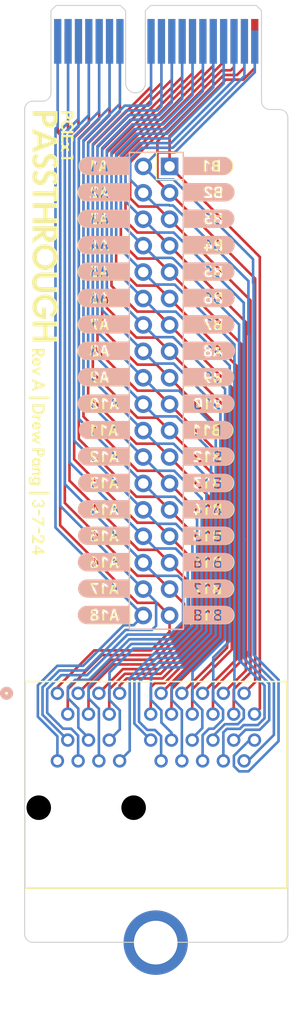
<source format=kicad_pcb>
(kicad_pcb (version 20221018) (generator pcbnew)
  (layers (0 "F.Cu" signal) (31 "B.Cu" signal) (34 "B.Paste" user) (35 "F.Paste" user) (36 "B.SilkS" user "B.Silkscreen") (37 "F.SilkS" user "F.Silkscreen") (38 "B.Mask" user) (39 "F.Mask" user) (44 "Edge.Cuts" user))
  (net 0 "")
  (net 1 "/a1")
  (net 2 "/a2")
  (net 3 "/a3")
  (net 4 "/a4")
  (net 5 "/a5")
  (net 6 "/a6")
  (net 7 "/a7")
  (net 8 "/a8")
  (net 9 "/a9")
  (net 10 "/a10")
  (net 11 "/a11")
  (net 12 "/a12")
  (net 13 "/a13")
  (net 14 "/a14")
  (net 15 "/a15")
  (net 16 "/a16")
  (net 17 "/a17")
  (net 18 "/a18")
  (net 19 "/b1")
  (net 20 "/b2")
  (net 21 "/b3")
  (net 22 "/b4")
  (net 23 "/b5")
  (net 24 "/b6")
  (net 25 "/b7")
  (net 26 "/b8")
  (net 27 "/b9")
  (net 28 "/b10")
  (net 29 "/b11")
  (net 30 "/b12")
  (net 31 "/b13")
  (net 32 "/b14")
  (net 33 "/b15")
  (net 34 "/b16")
  (net 35 "/b17")
  (net 36 "/b18")
  (footprint "kibuzzard-65E95D19" (layer "F.Cu") (at 149.665608 85.42561)
    (fp_text reference "kibuzzard-65E95D19" hide)
    (fp_text value "G***" hide)
  )
  (footprint "kibuzzard-65E963A3" (layer "F.Cu") (at 159.775608 67.645612)
    (fp_text reference "kibuzzard-65E963A3" hide)
    (fp_text value "G***" hide)
  )
  (footprint "kibuzzard-65E96303" (layer "F.Cu") (at 159.775607 90.50561)
    (fp_text reference "kibuzzard-65E96303" hide)
    (fp_text value "G***" hide)
  )
  (footprint "kibuzzard-65E95E93" (layer "F.Cu") (at 149.705607 90.505612)
    (fp_text reference "kibuzzard-65E95E93" hide)
    (fp_text value "G***" hide)
  )
  (footprint "kibuzzard-65E96314" (layer "F.Cu") (at 159.775608 98.125612)
    (fp_text reference "kibuzzard-65E96314" hide)
    (fp_text value "G***" hide)
  )
  (footprint "kibuzzard-65E95DF8" (layer "F.Cu") (at 149.605607 67.645612)
    (fp_text reference "kibuzzard-65E95DF8" hide)
    (fp_text value "G***" hide)
  )
  (footprint "kibuzzard-65E960EE" (layer "F.Cu") (at 146.114583 59.794165 -90)
    (fp_text reference "kibuzzard-65E960EE" hide)
    (fp_text value "G***" hide)
  )
  (footprint "kibuzzard-65E95DA8" (layer "F.Cu") (at 149.635608 82.885612)
    (fp_text reference "kibuzzard-65E95DA8" hide)
    (fp_text value "G***" hide)
  )
  (footprint "kibuzzard-65E95DEF" (layer "F.Cu") (at 149.605608 72.725612)
    (fp_text reference "kibuzzard-65E95DEF" hide)
    (fp_text value "G***" hide)
  )
  (footprint "kibuzzard-65E95F03" (layer "F.Cu") (at 143.985609 68.365613 -90)
    (fp_text reference "kibuzzard-65E95F03" hide)
    (fp_text value "G***" hide)
  )
  (footprint "kibuzzard-65E96100" (layer "F.Cu") (at 143.166979 90.052868 -90)
    (fp_text reference "kibuzzard-65E96100" hide)
    (fp_text value "G***" hide)
  )
  (footprint "kibuzzard-65E95DFB" (layer "F.Cu") (at 149.605607 65.10561)
    (fp_text reference "kibuzzard-65E95DFB" hide)
    (fp_text value "G***" hide)
  )
  (footprint "kibuzzard-65E95E97" (layer "F.Cu") (at 149.705609 93.045612)
    (fp_text reference "kibuzzard-65E95E97" hide)
    (fp_text value "G***" hide)
  )
  (footprint "kibuzzard-65E9636C" (layer "F.Cu") (at 159.775609 82.885612)
    (fp_text reference "kibuzzard-65E9636C" hide)
    (fp_text value "G***" hide)
  )
  (footprint "kibuzzard-65E96318" (layer "F.Cu") (at 159.775608 100.665612)
    (fp_text reference "kibuzzard-65E96318" hide)
    (fp_text value "G***" hide)
  )
  (footprint "kibuzzard-65E962FB" (layer "F.Cu") (at 159.775607 85.425612)
    (fp_text reference "kibuzzard-65E962FB" hide)
    (fp_text value "G***" hide)
  )
  (footprint "kibuzzard-65E95DDF" (layer "F.Cu") (at 149.605608 80.345611)
    (fp_text reference "kibuzzard-65E95DDF" hide)
    (fp_text value "G***" hide)
  )
  (footprint "kibuzzard-65E96396" (layer "F.Cu") (at 159.775608 75.265612)
    (fp_text reference "kibuzzard-65E96396" hide)
    (fp_text value "G***" hide)
  )
  (footprint "kibuzzard-65E95EAD" (layer "F.Cu") (at 149.70561 105.745613)
    (fp_text reference "kibuzzard-65E95EAD" hide)
    (fp_text value "G***" hide)
  )
  (footprint "kibuzzard-65E9638D" (layer "F.Cu") (at 159.775608 77.805612)
    (fp_text reference "kibuzzard-65E9638D" hide)
    (fp_text value "G***" hide)
  )
  (footprint "kibuzzard-65E96383" (layer "F.Cu") (at 159.775607 80.345611)
    (fp_text reference "kibuzzard-65E96383" hide)
    (fp_text value "G***" hide)
  )
  (footprint "kibuzzard-65E95DE4" (layer "F.Cu") (at 149.605607 77.805611)
    (fp_text reference "kibuzzard-65E95DE4" hide)
    (fp_text value "G***" hide)
  )
  (footprint "kibuzzard-65E95E9E" (layer "F.Cu") (at 149.705608 98.125612)
    (fp_text reference "kibuzzard-65E95E9E" hide)
    (fp_text value "G***" hide)
  )
  (footprint "kibuzzard-65E95DEB" (layer "F.Cu") (at 149.605606 75.265611)
    (fp_text reference "kibuzzard-65E95DEB" hide)
    (fp_text value "G***" hide)
  )
  (footprint "kibuzzard-65E963A9" (layer "F.Cu") (at 159.775608 65.105612)
    (fp_text reference "kibuzzard-65E963A9" hide)
    (fp_text value "G***" hide)
  )
  (footprint "kibuzzard-65E9630A" (layer "F.Cu") (at 159.775609 93.045612)
    (fp_text reference "kibuzzard-65E9630A" hide)
    (fp_text value "G***" hide)
  )
  (footprint "kibuzzard-65E95EA2" (layer "F.Cu") (at 149.705608 100.665612)
    (fp_text reference "kibuzzard-65E95EA2" hide)
    (fp_text value "G***" hide)
  )
  (footprint "Connector_PCBEdge:BUS_PCIexpress_x1" (layer "F.Cu") (at 164.19811 50.582112 180)
    (fp_text reference "J3" hide)
    (fp_text value "pcie_x1_connector")
    (fp_line (start -0.65 -4.95) (end -0.65 2.95) (stroke (width 0.1)) (layer "Edge.Cuts"))
    (fp_line (start -0.65 2.95) (end -0.15 3.45) (stroke (width 0.1)) (layer "Edge.Cuts"))
    (fp_line (start -0.15 3.45) (end 10.05 3.45) (stroke (width 0.1)) (layer "Edge.Cuts"))
    (fp_line (start 10.55 -4) (end 10.55 2.95) (stroke (width 0.1)) (layer "Edge.Cuts"))
    (fp_line (start 10.55 2.95) (end 10.05 3.45) (stroke (width 0.1)) (layer "Edge.Cuts"))
    (fp_line (start 12.45 -4) (end 12.45 2.95) (stroke (width 0.1)) (layer "Edge.Cuts"))
    (fp_line (start 12.45 2.95) (end 12.95 3.45) (stroke (width 0.1)) (layer "Edge.Cuts"))
    (fp_line (start 12.95 3.45) (end 19.15 3.45) (stroke (width 0.1)) (layer "Edge.Cuts"))
    (fp_line (start 19.65 -4.95) (end 19.65 2.95) (stroke (width 0.1)) (layer "Edge.Cuts"))
    (fp_line (start 19.65 2.95) (end 19.15 3.45) (stroke (width 0.1)) (layer "Edge.Cuts"))
    (fp_arc (start 10.55 -4) (mid 11.5 -4.95) (end 12.45 -4) (stroke (width 0.1)) (layer "Edge.Cuts"))
  )
  (footprint "kibuzzard-65E96322" (layer "F.Cu") (at 159.775607 103.205611)
    (fp_text reference "kibuzzard-65E96322" hide)
    (fp_text value "G***" hide)
  )
  (footprint "kibuzzard-65E96310" (layer "F.Cu") (at 159.77561 95.585612)
    (fp_text reference "kibuzzard-65E96310" hide)
    (fp_text value "G***" hide)
  )
  (footprint "kibuzzard-65E95DF3" (layer "F.Cu") (at 149.605608 70.185611)
    (fp_text reference "kibuzzard-65E95DF3" hide)
    (fp_text value "G***" hide)
  )
  (footprint "kibuzzard-65E95E9B" (layer "F.Cu") (at 149.70561 95.585612)
    (fp_text reference "kibuzzard-65E95E9B" hide)
    (fp_text value "G***" hide)
  )
  (footprint "kibuzzard-65E9639F" (layer "F.Cu") (at 159.775609 70.185612)
    (fp_text reference "kibuzzard-65E9639F" hide)
    (fp_text value "G***" hide)
  )
  (footprint "kibuzzard-65E95EA8" (layer "F.Cu") (at 149.705607 103.205611)
    (fp_text reference "kibuzzard-65E95EA8" hide)
    (fp_text value "G***" hide)
  )
  (footprint "kibuzzard-65E9633C" (layer "F.Cu") (at 159.77561 105.745613)
    (fp_text reference "kibuzzard-65E9633C" hide)
    (fp_text value "G***" hide)
  )
  (footprint "kibuzzard-65E962FE" (layer "F.Cu") (at 159.775608 87.965612)
    (fp_text reference "kibuzzard-65E962FE" hide)
    (fp_text value "G***" hide)
  )
  (footprint "Connector_PinSocket_2.54mm:PinSocket_2x18_P2.54mm_Vertical" (layer "F.Cu") (at 155.985608 62.605611)
    (fp_text reference "J2" hide)
    (fp_text value "Conn_02x18_Top_Bottom")
  )
  (footprint "footprints:pcie_x1_socket" (layer "F.Cu") (at 145.168907 113.25911)
    (fp_text reference "J1" hide)
    (fp_text value "pcie_x1_connector")
  )
  (footprint "footprints:M.2_ScrewMount" (layer "F.Cu") (at 154.648108 137.232112 180)
    (fp_text reference "REF**" hide)
    (fp_text value "M.2_ScrewMount")
  )
  (footprint "kibuzzard-65E9639B" (layer "F.Cu") (at 159.77561 72.725612)
    (fp_text reference "kibuzzard-65E9639B" hide)
    (fp_text value "G***" hide)
  )
  (footprint "kibuzzard-65E963AE" (layer "F.Cu") (at 159.775607 62.565612)
    (fp_text reference "kibuzzard-65E963AE" hide)
    (fp_text value "G***" hide)
  )
  (footprint "kibuzzard-65E95E04" (layer "F.Cu") (at 149.605607 62.56561)
    (fp_text reference "kibuzzard-65E95E04" hide)
    (fp_text value "G***" hide)
  )
  (footprint "kibuzzard-65E95E8F" (layer "F.Cu") (at 149.705608 87.965612)
    (fp_text reference "kibuzzard-65E95E8F" hide)
    (fp_text value "G***" hide)
  )
  (footprint "kibuzzard-65E96962" (layer "B.Cu") (at 159.810001 65.089998 180)
    (fp_text reference "kibuzzard-65E96962" hide)
    (fp_text value "G***" hide)
  )
  (footprint "kibuzzard-65E969BF" (layer "B.Cu") (at 149.64 75.25 180)
    (fp_text reference "kibuzzard-65E969BF" hide)
    (fp_text value "G***" hide)
  )
  (footprint "kibuzzard-65E969CE" (layer "B.Cu") (at 149.640001 85.41 180)
    (fp_text reference "kibuzzard-65E969CE" hide)
    (fp_text value "G***" hide)
  )
  (footprint "kibuzzard-65E96959" (layer "B.Cu") (at 159.69 62.56 180)
    (fp_text reference "kibuzzard-65E96959" hide)
    (fp_text value "G***" hide)
  )
  (footprint "kibuzzard-65E969A4" (layer "B.Cu") (at 159.709998 105.730001 180)
    (fp_text reference "kibuzzard-65E969A4" hide)
    (fp_text value "G***" hide)
  )
  (footprint "kibuzzard-65E96980" (layer "B.Cu") (at 159.78 82.87 180)
    (fp_text reference "kibuzzard-65E96980" hide)
    (fp_text value "G***" hide)
  )
  (footprint "kibuzzard-65E969DD" (layer "B.Cu") (at 149.639998 95.57 180)
    (fp_text reference "kibuzzard-65E969DD" hide)
    (fp_text value "G***" hide)
  )
  (footprint "Connector_PinSocket_2.54mm:PinSocket_2x18_P2.54mm_Vertical" (layer "B.Cu") (at 153.43 62.58 180)
    (fp_text reference "J2" hide)
    (fp_text value "Conn_02x18_Top_Bottom")
  )
  (footprint "kibuzzard-65E96995" (layer "B.Cu") (at 159.709998 95.57 180)
    (fp_text reference "kibuzzard-65E96995" hide)
    (fp_text value "G***" hide)
  )
  (footprint "kibuzzard-65E9696D" (layer "B.Cu") (at 159.81 70.169999 180)
    (fp_text reference "kibuzzard-65E9696D" hide)
    (fp_text value "G***" hide)
  )
  (footprint "kibuzzard-65E969AE" (layer "B.Cu") (at 149.64 65.09 180)
    (fp_text reference "kibuzzard-65E969AE" hide)
    (fp_text value "G***" hide)
  )
  (footprint "kibuzzard-65E969C6" (layer "B.Cu") (at 149.640001 80.329999 180)
    (fp_text reference "kibuzzard-65E969C6" hide)
    (fp_text value "G***" hide)
  )
  (footprint "kibuzzard-65E969CA" (layer "B.Cu") (at 149.639999 82.87 180)
    (fp_text reference "kibuzzard-65E969CA" hide)
    (fp_text value "G***" hide)
  )
  (footprint "kibuzzard-65E969D5" (layer "B.Cu") (at 149.640001 90.489998 180)
    (fp_text reference "kibuzzard-65E969D5" hide)
    (fp_text value "G***" hide)
  )
  (footprint "kibuzzard-65E969ED" (layer "B.Cu") (at 149.639998 105.730001 180)
    (fp_text reference "kibuzzard-65E969ED" hide)
    (fp_text value "G***" hide)
  )
  (footprint "kibuzzard-65E95DDF" (layer "B.Cu") (at 159.81 80.329999 180)
    (fp_text reference "kibuzzard-65E95DDF" hide)
    (fp_text value "G***" hide)
  )
  (footprint "kibuzzard-65E96999" (layer "B.Cu") (at 159.71 98.11 180)
    (fp_text reference "kibuzzard-65E96999" hide)
    (fp_text value "G***" hide)
  )
  (footprint "kibuzzard-65E969B6" (layer "B.Cu") (at 149.639999 70.17 180)
    (fp_text reference "kibuzzard-65E969B6" hide)
    (fp_text value "G***" hide)
  )
  (footprint "kibuzzard-65E969D2" (layer "B.Cu") (at 149.64 87.95 180)
    (fp_text reference "kibuzzard-65E969D2" hide)
    (fp_text value "G***" hide)
  )
  (footprint "kibuzzard-65E96984" (layer "B.Cu") (at 159.75 85.409998 180)
    (fp_text reference "kibuzzard-65E96984" hide)
    (fp_text value "G***" hide)
  )
  (footprint "kibuzzard-65E9698D" (layer "B.Cu") (at 159.710001 90.49 180)
    (fp_text reference "kibuzzard-65E9698D" hide)
    (fp_text value "G***" hide)
  )
  (footprint "kibuzzard-65E96989" (layer "B.Cu") (at 159.71 87.95 180)
    (fp_text reference "kibuzzard-65E96989" hide)
    (fp_text value "G***" hide)
  )
  (footprint "kibuzzard-65E9697B" (layer "B.Cu") (at 159.810001 77.789999 180)
    (fp_text reference "kibuzzard-65E9697B" hide)
    (fp_text value "G***" hide)
  )
  (footprint "kibuzzard-65E969C2" (layer "B.Cu") (at 149.64 77.79 180)
    (fp_text reference "kibuzzard-65E969C2" hide)
    (fp_text value "G***" hide)
  )
  (footprint "kibuzzard-65E969A0" (layer "B.Cu") (at 159.710001 103.189999 180)
    (fp_text reference "kibuzzard-65E969A0" hide)
    (fp_text value "G***" hide)
  )
  (footprint "kibuzzard-65E96967" (layer "B.Cu") (at 159.810001 67.63 180)
    (fp_text reference "kibuzzard-65E96967" hide)
    (fp_text value "G***" hide)
  )
  (footprint "kibuzzard-65E9699C" (layer "B.Cu") (at 159.71 100.65 180)
    (fp_text reference "kibuzzard-65E9699C" hide)
    (fp_text value "G***" hide)
  )
  (footprint "kibuzzard-65E969B1" (layer "B.Cu") (at 149.64 67.63 180)
    (fp_text reference "kibuzzard-65E969B1" hide)
    (fp_text value "G***" hide)
  )
  (footprint "kibuzzard-65E969BA" (layer "B.Cu") (at 149.639998 72.71 180)
    (fp_text reference "kibuzzard-65E969BA" hide)
    (fp_text value "G***" hide)
  )
  (footprint "kibuzzard-65E96977" (layer "B.Cu") (at 159.810002 75.249999 180)
    (fp_text reference "kibuzzard-65E96977" hide)
    (fp_text value "G***" hide)
  )
  (footprint "kibuzzard-65E969AA" (layer "B.Cu") (at 149.640001 62.55 180)
    (fp_text reference "kibuzzard-65E969AA" hide)
    (fp_text value "G***" hide)
  )
  (footprint "kibuzzard-65E969DA" (layer "B.Cu") (at 149.639999 93.03 180)
    (fp_text reference "kibuzzard-65E969DA" hide)
    (fp_text value "G***" hide)
  )
  (footprint "kibuzzard-65E96991" (layer "B.Cu") (at 159.709999 93.03 180)
    (fp_text reference "kibuzzard-65E96991" hide)
    (fp_text value "G***" hide)
  )
  (footprint "kibuzzard-65E969E1" (layer "B.Cu") (at 149.64 98.11 180)
    (fp_text reference "kibuzzard-65E969E1" hide)
    (fp_text value "G***" hide)
  )
  (footprint "kibuzzard-65E96973" (layer "B.Cu") (at 159.81 72.71 180)
    (fp_text reference "kibuzzard-65E96973" hide)
    (fp_text value "G***" hide)
  )
  (footprint "kibuzzard-65E969E5" (layer "B.Cu") (at 149.64 100.65 180)
    (fp_text reference "kibuzzard-65E969E5" hide)
    (fp_text value "G***" hide)
  )
  (footprint "kibuzzard-65E969E9" (layer "B.Cu") (at 149.640001 103.189999 180)
    (fp_text reference "kibuzzard-65E969E9" hide)
    (fp_text value "G***" hide)
  )
  (gr_arc (start 142.010608 57.13211) (mid 142.244924 56.566426) (end 142.810609 56.332112) (stroke (width 0.1)) (layer "Edge.Cuts"))
  (gr_line (start 164.848108 56.332112) (end 164.84811 55.532112) (stroke (width 0.1)) (layer "Edge.Cuts"))
  (gr_line (start 167.385608 57.932111) (end 167.385609 135.399112) (stroke (width 0.1)) (layer "Edge.Cuts"))
  (gr_arc (start 144.548108 55.532112) (mid 144.313793 56.097798) (end 143.748108 56.332112) (stroke (width 0.1)) (layer "Edge.Cuts"))
  (gr_line (start 165.648107 57.132112) (end 166.58561 57.132113) (stroke (width 0.1)) (layer "Edge.Cuts"))
  (gr_line (start 167.385607 136.39911) (end 167.385609 135.399112) (stroke (width 0.1)) (layer "Edge.Cuts"))
  (gr_arc (start 167.385607 136.39911) (mid 167.151293 136.964797) (end 166.585607 137.199112) (stroke (width 0.1)) (layer "Edge.Cuts"))
  (gr_line (start 142.010607 135.399113) (end 142.010608 57.13211) (stroke (width 0.1)) (layer "Edge.Cuts"))
  (gr_arc (start 165.648107 57.132112) (mid 165.082421 56.897797) (end 164.848108 56.332112) (stroke (width 0.1)) (layer "Edge.Cuts"))
  (gr_arc (start 166.58561 57.132113) (mid 167.151293 57.366428) (end 167.385608 57.932111) (stroke (width 0.1)) (layer "Edge.Cuts"))
  (gr_arc (start 142.810609 137.199112) (mid 142.244923 136.964797) (end 142.010607 136.399111) (stroke (width 0.1)) (layer "Edge.Cuts"))
  (gr_line (start 142.010607 136.399111) (end 142.010607 135.399113) (stroke (width 0.1)) (layer "Edge.Cuts"))
  (gr_line (start 166.585607 137.199112) (end 142.810609 137.199112) (stroke (width 0.1)) (layer "Edge.Cuts"))
  (gr_line (start 143.748108 56.332112) (end 142.810609 56.332112) (stroke (width 0.1)) (layer "Edge.Cuts"))
  (gr_text "|" (at 142.766978 93.252869 -90) (layer "F.SilkS") (effects (font (size 1.25 1.25) (thickness 0.25) bold) (justify left bottom)))
  (gr_text "|" (at 142.766978 84.102869 -90) (layer "F.SilkS") (effects (font (size 1.25 1.25) (thickness 0.25) bold) (justify left bottom)))
  (segment (start 164.035609 71.533911) (end 164.035609 73.810306) (width 0.25) (layer "B.Cu") (net 1))
  (segment (start 166.49161 111.962425) (end 166.491609 117.85961) (width 0.25) (layer "B.Cu") (net 1))
  (segment (start 164.035609 73.810306) (end 164.08561 73.860307) (width 0.25) (layer "B.Cu") (net 1))
  (segment (start 162.185608 119.265611) (end 163.692109 117.759111) (width 0.25) (layer "B.Cu") (net 1))
  (segment (start 156.367311 63.865613) (end 164.035609 71.533911) (width 0.25) (layer "B.Cu") (net 1))
  (segment (start 162.185608 120.265611) (end 162.185608 119.265611) (width 0.25) (layer "B.Cu") (net 1))
  (segment (start 163.692109 117.759111) (end 164.16891 117.759111) (width 0.25) (layer "B.Cu") (net 1))
  (segment (start 166.491609 117.85961) (end 163.585608 120.765611) (width 0.25) (layer "B.Cu") (net 1))
  (segment (start 164.19811 51.132111) (end 164.198109 53.553111) (width 0.25) (layer "B.Cu") (net 1))
  (segment (start 153.445609 62.605612) (end 154.705609 63.865612) (width 0.25) (layer "B.Cu") (net 1))
  (segment (start 154.705609 63.865612) (end 156.367311 63.865613) (width 0.25) (layer "B.Cu") (net 1))
  (segment (start 163.585608 120.765611) (end 162.685609 120.765612) (width 0.25) (layer "B.Cu") (net 1))
  (segment (start 154.785609 61.265612) (end 153.445609 62.605612) (width 0.25) (layer "B.Cu") (net 1))
  (segment (start 164.198109 53.553111) (end 156.485608 61.265612) (width 0.25) (layer "B.Cu") (net 1))
  (segment (start 156.485608 61.265612) (end 154.785609 61.265612) (width 0.25) (layer "B.Cu") (net 1))
  (segment (start 164.08561 73.860307) (end 164.085608 109.556424) (width 0.25) (layer "B.Cu") (net 1))
  (segment (start 164.085608 109.556424) (end 166.49161 111.962425) (width 0.25) (layer "B.Cu") (net 1))
  (segment (start 162.685609 120.765612) (end 162.185608 120.265611) (width 0.25) (layer "B.Cu") (net 1))
  (segment (start 166.041609 112.148821) (end 166.041608 117.262017) (width 0.25) (layer "B.Cu") (net 2))
  (segment (start 153.335607 60.815611) (end 152.185606 61.965612) (width 0.25) (layer "B.Cu") (net 2))
  (segment (start 163.63561 109.215613) (end 163.585608 109.265611) (width 0.25) (layer "B.Cu") (net 2))
  (segment (start 163.585608 78.765611) (end 163.635609 78.815612) (width 0.25) (layer "B.Cu") (net 2))
  (segment (start 163.585608 73.623911) (end 163.585608 78.765611) (width 0.25) (layer "B.Cu") (net 2))
  (segment (start 156.327309 66.365612) (end 163.585608 73.623911) (width 0.25) (layer "B.Cu") (net 2))
  (segment (start 155.985608 66.365612) (end 156.327309 66.365612) (width 0.25) (layer "B.Cu") (net 2))
  (segment (start 163.585608 109.265611) (end 163.585609 109.69282) (width 0.25) (layer "B.Cu") (net 2))
  (segment (start 152.185606 61.965612) (end 152.185607 63.885612) (width 0.25) (layer "B.Cu") (net 2))
  (segment (start 154.620607 66.320612) (end 155.940608 66.320612) (width 0.25) (layer "B.Cu") (net 2))
  (segment (start 163.198109 53.916715) (end 156.299212 60.815612) (width 0.25) (layer "B.Cu") (net 2))
  (segment (start 166.041608 117.262017) (end 163.544516 119.759109) (width 0.25) (layer "B.Cu") (net 2))
  (segment (start 163.585609 109.69282) (end 166.041609 112.148821) (width 0.25) (layer "B.Cu") (net 2))
  (segment (start 152.185607 63.885612) (end 153.445607 65.145612) (width 0.25) (layer "B.Cu") (net 2))
  (segment (start 163.544516 119.759109) (end 163.168908 119.759109) (width 0.25) (layer "B.Cu") (net 2))
  (segment (start 155.940608 66.320612) (end 155.985608 66.365612) (width 0.25) (layer "B.Cu") (net 2))
  (segment (start 156.299212 60.815612) (end 153.335607 60.815611) (width 0.25) (layer "B.Cu") (net 2))
  (segment (start 163.198111 50.582112) (end 163.198109 53.916715) (width 0.25) (layer "B.Cu") (net 2))
  (segment (start 163.635609 78.815612) (end 163.63561 109.215613) (width 0.25) (layer "B.Cu") (net 2))
  (segment (start 153.445607 65.145612) (end 154.620607 66.320612) (width 0.25) (layer "B.Cu") (net 2))
  (segment (start 163.185607 98.465612) (end 163.135608 98.515611) (width 0.25) (layer "B.Cu") (net 3))
  (segment (start 163.135608 98.515611) (end 163.135608 109.879216) (width 0.25) (layer "B.Cu") (net 3))
  (segment (start 163.135608 75.713911) (end 163.135608 98.415612) (width 0.25) (layer "B.Cu") (net 3))
  (segment (start 162.19811 54.280318) (end 156.112817 60.365611) (width 0.25) (layer "B.Cu") (net 3))
  (segment (start 163.135608 109.879216) (end 165.591609 112.335217) (width 0.25) (layer "B.Cu") (net 3))
  (segment (start 156.38731 68.965612) (end 163.135608 75.713911) (width 0.25) (layer "B.Cu") (net 3))
  (segment (start 151.735608 61.779216) (end 151.735608 65.975611) (width 0.25) (layer "B.Cu") (net 3))
  (segment (start 151.735608 65.975611) (end 153.445608 67.685612) (width 0.25) (layer "B.Cu") (net 3))
  (segment (start 163.310804 116.765612) (end 162.317307 117.759111) (width 0.25) (layer "B.Cu") (net 3))
  (segment (start 164.67441 116.765612) (end 163.310804 116.765612) (width 0.25) (layer "B.Cu") (net 3))
  (segment (start 156.112817 60.365611) (end 153.149212 60.365611) (width 0.25) (layer "B.Cu") (net 3))
  (segment (start 153.445608 67.685612) (end 154.725608 68.965612) (width 0.25) (layer "B.Cu") (net 3))
  (segment (start 153.149212 60.365611) (end 151.735608 61.779216) (width 0.25) (layer "B.Cu") (net 3))
  (segment (start 162.317307 117.759111) (end 162.168908 117.759111) (width 0.25) (layer "B.Cu") (net 3))
  (segment (start 165.591609 112.335217) (end 165.591611 115.848413) (width 0.25) (layer "B.Cu") (net 3))
  (segment (start 162.198109 50.582112) (end 162.19811 54.280318) (width 0.25) (layer "B.Cu") (net 3))
  (segment (start 165.591611 115.848413) (end 164.67441 116.765612) (width 0.25) (layer "B.Cu") (net 3))
  (segment (start 154.725608 68.965612) (end 156.38731 68.965612) (width 0.25) (layer "B.Cu") (net 3))
  (segment (start 163.135608 98.415612) (end 163.185607 98.465612) (width 0.25) (layer "B.Cu") (net 3))
  (segment (start 162.685608 110.065612) (end 165.141609 112.521613) (width 0.25) (layer "B.Cu") (net 4))
  (segment (start 161.198109 50.582112) (end 161.198108 54.643921) (width 0.25) (layer "B.Cu") (net 4))
  (segment (start 161.505805 116.681809) (end 161.168906 117.018708) (width 0.25) (layer "B.Cu") (net 4))
  (segment (start 155.926419 59.91561) (end 152.962816 59.915612) (width 0.25) (layer "B.Cu") (net 4))
  (segment (start 162.758209 116.68181) (end 161.505805 116.681809) (width 0.25) (layer "B.Cu") (net 4))
  (segment (start 152.962816 59.915612) (end 151.285608 61.592819) (width 0.25) (layer "B.Cu") (net 4))
  (segment (start 154.620608 71.400612) (end 156.220608 71.400612) (width 0.25) (layer "B.Cu") (net 4))
  (segment (start 161.168906 117.018708) (end 161.168908 119.75911) (width 0.25) (layer "B.Cu") (net 4))
  (segment (start 163.124407 116.315612) (end 162.758209 116.68181) (width 0.25) (layer "B.Cu") (net 4))
  (segment (start 165.141609 112.521613) (end 165.141608 115.662017) (width 0.25) (layer "B.Cu") (net 4))
  (segment (start 156.285608 71.465611) (end 156.347309 71.465612) (width 0.25) (layer "B.Cu") (net 4))
  (segment (start 162.685607 77.803911) (end 162.685608 110.065612) (width 0.25) (layer "B.Cu") (net 4))
  (segment (start 164.488015 116.31561) (end 163.124407 116.315612) (width 0.25) (layer "B.Cu") (net 4))
  (segment (start 156.347309 71.465612) (end 162.685607 77.803911) (width 0.25) (layer "B.Cu") (net 4))
  (segment (start 151.285608 61.592819) (end 151.285608 68.065611) (width 0.25) (layer "B.Cu") (net 4))
  (segment (start 153.445608 70.225612) (end 154.620608 71.400612) (width 0.25) (layer "B.Cu") (net 4))
  (segment (start 151.285608 68.065611) (end 153.445608 70.225612) (width 0.25) (layer "B.Cu") (net 4))
  (segment (start 156.220608 71.400612) (end 156.285608 71.465611) (width 0.25) (layer "B.Cu") (net 4))
  (segment (start 165.141608 115.662017) (end 164.488015 116.31561) (width 0.25) (layer "B.Cu") (net 4))
  (segment (start 161.198108 54.643921) (end 155.926419 59.91561) (width 0.25) (layer "B.Cu") (net 4))
  (segment (start 156.485608 73.965612) (end 162.235608 79.715612) (width 0.25) (layer "B.Cu") (net 5))
  (segment (start 162.196207 112.856203) (end 162.19621 113.910806) (width 0.25) (layer "B.Cu") (net 5))
  (segment (start 163.141609 114.856205) (end 163.141606 115.662017) (width 0.25) (layer "B.Cu") (net 5))
  (segment (start 162.19621 113.910806) (end 163.141609 114.856205) (width 0.25) (layer "B.Cu") (net 5))
  (segment (start 161.31941 116.231811) (end 160.168907 117.382314) (width 0.25) (layer "B.Cu") (net 5))
  (segment (start 154.64561 73.965613) (end 156.485608 73.965612) (width 0.25) (layer "B.Cu") (net 5))
  (segment (start 153.445607 72.765611) (end 154.64561 73.965613) (width 0.25) (layer "B.Cu") (net 5))
  (segment (start 150.835608 70.155611) (end 153.445607 72.765611) (width 0.25) (layer "B.Cu") (net 5))
  (segment (start 155.740023 59.46561) (end 152.776421 59.46561) (width 0.25) (layer "B.Cu") (net 5))
  (segment (start 150.835608 61.406423) (end 150.835608 70.155611) (width 0.25) (layer "B.Cu") (net 5))
  (segment (start 160.198109 55.007527) (end 155.740023 59.46561) (width 0.25) (layer "B.Cu") (net 5))
  (segment (start 163.141606 115.662017) (end 162.571813 116.23181) (width 0.25) (layer "B.Cu") (net 5))
  (segment (start 162.235607 112.816803) (end 162.196207 112.856203) (width 0.25) (layer "B.Cu") (net 5))
  (segment (start 152.776421 59.46561) (end 150.835608 61.406423) (width 0.25) (layer "B.Cu") (net 5))
  (segment (start 162.571813 116.23181) (end 161.31941 116.231811) (width 0.25) (layer "B.Cu") (net 5))
  (segment (start 160.19811 50.582112) (end 160.198109 55.007527) (width 0.25) (layer "B.Cu") (net 5))
  (segment (start 162.235608 79.715612) (end 162.235607 112.816803) (width 0.25) (layer "B.Cu") (net 5))
  (segment (start 160.168907 117.382314) (end 160.168905 117.759111) (width 0.25) (layer "B.Cu") (net 5))
  (segment (start 159.198108 55.37113) (end 155.553629 59.015612) (width 0.25) (layer "B.Cu") (net 6))
  (segment (start 154.705607 76.565612) (end 156.585609 76.565612) (width 0.25) (layer "B.Cu") (net 6))
  (segment (start 161.785609 108.229572) (end 160.196208 109.818973) (width 0.25) (layer "B.Cu") (net 6))
  (segment (start 160.196208 109.818973) (end 160.196208 113.910806) (width 0.25) (layer "B.Cu") (net 6))
  (segment (start 161.133012 115.78181) (end 160.249213 116.665612) (width 0.25) (layer "B.Cu") (net 6))
  (segment (start 160.196208 113.910806) (end 161.141607 114.856205) (width 0.25) (layer "B.Cu") (net 6))
  (segment (start 155.553629 59.015612) (end 152.590023 59.015612) (width 0.25) (layer "B.Cu") (net 6))
  (segment (start 159.198107 50.582112) (end 159.198108 55.37113) (width 0.25) (layer "B.Cu") (net 6))
  (segment (start 150.385607 61.220028) (end 150.385608 72.245612) (width 0.25) (layer "B.Cu") (net 6))
  (segment (start 153.445607 75.305612) (end 154.705607 76.565612) (width 0.25) (layer "B.Cu") (net 6))
  (segment (start 161.785608 81.765612) (end 161.785609 108.229572) (width 0.25) (layer "B.Cu") (net 6))
  (segment (start 161.141607 114.856205) (end 161.141606 115.78181) (width 0.25) (layer "B.Cu") (net 6))
  (segment (start 152.590023 59.015612) (end 150.385607 61.220028) (width 0.25) (layer "B.Cu") (net 6))
  (segment (start 156.585609 76.565612) (end 161.785608 81.765612) (width 0.25) (layer "B.Cu") (net 6))
  (segment (start 159.785608 116.665612) (end 159.168908 117.282312) (width 0.25) (layer "B.Cu") (net 6))
  (segment (start 161.141606 115.78181) (end 161.133012 115.78181) (width 0.25) (layer "B.Cu") (net 6))
  (segment (start 150.385608 72.245612) (end 153.445607 75.305612) (width 0.25) (layer "B.Cu") (net 6))
  (segment (start 159.168908 117.282312) (end 159.168908 119.759109) (width 0.25) (layer "B.Cu") (net 6))
  (segment (start 160.249213 116.665612) (end 159.785608 116.665612) (width 0.25) (layer "B.Cu") (net 6))
  (segment (start 161.335607 108.043176) (end 158.196207 111.182576) (width 0.25) (layer "B.Cu") (net 7))
  (segment (start 153.445608 77.845611) (end 154.620608 79.020611) (width 0.25) (layer "B.Cu") (net 7))
  (segment (start 152.403628 58.565612) (end 149.935609 61.033632) (width 0.25) (layer "B.Cu") (net 7))
  (segment (start 149.935608 74.335612) (end 153.445608 77.845611) (width 0.25) (layer "B.Cu") (net 7))
  (segment (start 158.168907 117.582311) (end 158.168908 117.759111) (width 0.25) (layer "B.Cu") (net 7))
  (segment (start 159.141609 116.609612) (end 158.168907 117.582311) (width 0.25) (layer "B.Cu") (net 7))
  (segment (start 161.335607 84.01561) (end 161.335607 108.043176) (width 0.25) (layer "B.Cu") (net 7))
  (segment (start 156.340607 79.020611) (end 161.335607 84.01561) (width 0.25) (layer "B.Cu") (net 7))
  (segment (start 159.141609 114.856205) (end 159.141609 116.609612) (width 0.25) (layer "B.Cu") (net 7))
  (segment (start 158.198108 55.734735) (end 155.367233 58.565612) (width 0.25) (layer "B.Cu") (net 7))
  (segment (start 155.367233 58.565612) (end 152.403628 58.565612) (width 0.25) (layer "B.Cu") (net 7))
  (segment (start 154.620608 79.020611) (end 156.340607 79.020611) (width 0.25) (layer "B.Cu") (net 7))
  (segment (start 158.196207 111.182576) (end 158.196208 113.910804) (width 0.25) (layer "B.Cu") (net 7))
  (segment (start 158.196208 113.910804) (end 159.141609 114.856205) (width 0.25) (layer "B.Cu") (net 7))
  (segment (start 149.935609 61.033632) (end 149.935608 74.335612) (width 0.25) (layer "B.Cu") (net 7))
  (segment (start 158.198111 50.582112) (end 158.198108 55.734735) (width 0.25) (layer "B.Cu") (net 7))
  (segment (start 149.485607 76.425612) (end 153.445608 80.385613) (width 0.25) (layer "B.Cu") (net 8))
  (segment (start 149.485608 60.847236) (end 149.485607 76.425612) (width 0.25) (layer "B.Cu") (net 8))
  (segment (start 156.196206 113.910804) (end 157.168907 114.883505) (width 0.25) (layer "B.Cu") (net 8))
  (segment (start 157.198109 56.098339) (end 155.180837 58.115612) (width 0.25) (layer "B.Cu") (net 8))
  (segment (start 160.885607 107.856779) (end 156.196207 112.54618) (width 0.25) (layer "B.Cu") (net 8))
  (segment (start 157.198109 50.582112) (end 157.198109 56.098339) (width 0.25) (layer "B.Cu") (net 8))
  (segment (start 152.217232 58.115613) (end 149.485608 60.847236) (width 0.25) (layer "B.Cu") (net 8))
  (segment (start 156.196207 112.54618) (end 156.196206 113.910804) (width 0.25) (layer "B.Cu") (net 8))
  (segment (start 157.544515 119.759108) (end 157.168907 119.759108) (width 0.25) (layer "B.Cu") (net 8))
  (segment (start 156.380608 81.560613) (end 160.885608 86.065612) (width 0.25) (layer "B.Cu") (net 8))
  (segment (start 153.445608 80.385613) (end 154.620608 81.560613) (width 0.25) (layer "B.Cu") (net 8))
  (segment (start 154.620608 81.560613) (end 156.380608 81.560613) (width 0.25) (layer "B.Cu") (net 8))
  (segment (start 157.168907 114.883505) (end 157.168907 119.759108) (width 0.25) (layer "B.Cu") (net 8))
  (segment (start 155.180837 58.115612) (end 152.217232 58.115613) (width 0.25) (layer "B.Cu") (net 8))
  (segment (start 160.885608 86.065612) (end 160.885607 107.856779) (width 0.25) (layer "B.Cu") (net 8))
  (segment (start 154.994441 57.665612) (end 152.030836 57.665612) (width 0.25) (layer "B.Cu") (net 9))
  (segment (start 160.435608 107.670383) (end 157.340381 110.765612) (width 0.25) (layer "B.Cu") (net 9))
  (segment (start 156.19811 56.461943) (end 154.994441 57.665612) (width 0.25) (layer "B.Cu") (net 9))
  (segment (start 154.196206 113.910802) (end 155.196207 114.910803) (width 0.25) (layer "B.Cu") (net 9))
  (segment (start 156.885608 84.165611) (end 160.435608 87.715612) (width 0.25) (layer "B.Cu") (net 9))
  (segment (start 154.685608 84.165612) (end 156.885608 84.165611) (width 0.25) (layer "B.Cu") (net 9))
  (segment (start 155.196207 116.076211) (end 156.168908 117.048911) (width 0.25) (layer "B.Cu") (net 9))
  (segment (start 149.035607 78.515611) (end 153.445607 82.92561) (width 0.25) (layer "B.Cu") (net 9))
  (segment (start 154.196206 111.655014) (end 154.196206 113.910802) (width 0.25) (layer "B.Cu") (net 9))
  (segment (start 155.196207 114.910803) (end 155.196207 116.076211) (width 0.25) (layer "B.Cu") (net 9))
  (segment (start 155.085608 110.765612) (end 154.196206 111.655014) (width 0.25) (layer "B.Cu") (net 9))
  (segment (start 152.030836 57.665612) (end 149.035608 60.66084) (width 0.25) (layer "B.Cu") (net 9))
  (segment (start 153.445607 82.92561) (end 154.685608 84.165612) (width 0.25) (layer "B.Cu") (net 9))
  (segment (start 157.340381 110.765612) (end 155.085608 110.765612) (width 0.25) (layer "B.Cu") (net 9))
  (segment (start 156.168908 117.048911) (end 156.168908 117.759111) (width 0.25) (layer "B.Cu") (net 9))
  (segment (start 149.035608 60.66084) (end 149.035607 78.515611) (width 0.25) (layer "B.Cu") (net 9))
  (segment (start 160.435608 87.715612) (end 160.435608 107.670383) (width 0.25) (layer "B.Cu") (net 9))
  (segment (start 156.198109 50.582112) (end 156.19811 56.461943) (width 0.25) (layer "B.Cu") (net 9))
  (segment (start 153.832603 116.78641) (end 154.571814 116.78641) (width 0.25) (layer "B.Cu") (net 10))
  (segment (start 148.585609 80.605612) (end 153.445609 85.465612) (width 0.25) (layer "B.Cu") (net 10))
  (segment (start 159.985609 89.965613) (end 159.985608 107.483987) (width 0.25) (layer "B.Cu") (net 10))
  (segment (start 154.808044 57.215611) (end 151.84444 57.215612) (width 0.25) (layer "B.Cu") (net 10))
  (segment (start 159.985608 107.483987) (end 157.153984 110.315611) (width 0.25) (layer "B.Cu") (net 10))
  (segment (start 148.585608 60.474444) (end 148.585609 80.605612) (width 0.25) (layer "B.Cu") (net 10))
  (segment (start 153.445609 85.465612) (end 154.620607 86.64061) (width 0.25) (layer "B.Cu") (net 10))
  (segment (start 156.660608 86.640612) (end 159.985609 89.965613) (width 0.25) (layer "B.Cu") (net 10))
  (segment (start 155.19811 50.582112) (end 155.198109 56.825546) (width 0.25) (layer "B.Cu") (net 10))
  (segment (start 154.620607 86.64061) (end 156.660608 86.640612) (width 0.25) (layer "B.Cu") (net 10))
  (segment (start 154.899212 110.315612) (end 153.041609 112.173215) (width 0.25) (layer "B.Cu") (net 10))
  (segment (start 153.041609 112.173215) (end 153.041609 115.995415) (width 0.25) (layer "B.Cu") (net 10))
  (segment (start 157.153984 110.315611) (end 154.899212 110.315612) (width 0.25) (layer "B.Cu") (net 10))
  (segment (start 155.198109 56.825546) (end 154.808044 57.215611) (width 0.25) (layer "B.Cu") (net 10))
  (segment (start 151.84444 57.215612) (end 148.585608 60.474444) (width 0.25) (layer "B.Cu") (net 10))
  (segment (start 153.041609 115.995415) (end 153.832603 116.78641) (width 0.25) (layer "B.Cu") (net 10))
  (segment (start 155.168906 117.383501) (end 155.168906 119.75911) (width 0.25) (layer "B.Cu") (net 10))
  (segment (start 154.571814 116.78641) (end 155.168906 117.383501) (width 0.25) (layer "B.Cu") (net 10))
  (segment (start 154.712817 109.865613) (end 152.591609 111.986821) (width 0.25) (layer "B.Cu") (net 11))
  (segment (start 153.985609 56.765612) (end 151.658045 56.765611) (width 0.25) (layer "B.Cu") (net 11))
  (segment (start 152.591608 116.181811) (end 154.168908 117.759111) (width 0.25) (layer "B.Cu") (net 11))
  (segment (start 159.535608 92.433911) (end 159.535608 107.297592) (width 0.25) (layer "B.Cu") (net 11))
  (segment (start 159.535608 107.297592) (end 156.967588 109.865613) (width 0.25) (layer "B.Cu") (net 11))
  (segment (start 154.198111 50.582112) (end 154.19811 56.553111) (width 0.25) (layer "B.Cu") (net 11))
  (segment (start 154.705608 89.265612) (end 156.367309 89.265612) (width 0.25) (layer "B.Cu") (net 11))
  (segment (start 156.967588 109.865613) (end 154.712817 109.865613) (width 0.25) (layer "B.Cu") (net 11))
  (segment (start 151.658045 56.765611) (end 148.135607 60.288046) (width 0.25) (layer "B.Cu") (net 11))
  (segment (start 154.19811 56.553111) (end 153.985609 56.765612) (width 0.25) (layer "B.Cu") (net 11))
  (segment (start 148.135607 82.695611) (end 153.445607 88.005611) (width 0.25) (layer "B.Cu") (net 11))
  (segment (start 148.135607 60.288046) (end 148.135607 82.695611) (width 0.25) (layer "B.Cu") (net 11))
  (segment (start 153.445607 88.005611) (end 154.705608 89.265612) (width 0.25) (layer "B.Cu") (net 11))
  (segment (start 156.367309 89.265612) (end 159.535608 92.433911) (width 0.25) (layer "B.Cu") (net 11))
  (segment (start 152.591609 111.986821) (end 152.591608 116.181811) (width 0.25) (layer "B.Cu") (net 11))
  (segment (start 147.685608 60.101651) (end 147.685608 84.785611) (width 0.25) (layer "B.Cu") (net 12))
  (segment (start 151.198109 50.582112) (end 151.19811 56.589151) (width 0.25) (layer "B.Cu") (net 12))
  (segment (start 151.19811 56.589151) (end 147.685608 60.101651) (width 0.25) (layer "B.Cu") (net 12))
  (segment (start 156.427309 91.865612) (end 159.085609 94.523911) (width 0.25) (layer "B.Cu") (net 12))
  (segment (start 153.445608 90.545612) (end 154.765608 91.865611) (width 0.25) (layer "B.Cu") (net 12))
  (segment (start 159.085608 107.111195) (end 156.781192 109.415612) (width 0.25) (layer "B.Cu") (net 12))
  (segment (start 156.781192 109.415612) (end 154.526419 109.415611) (width 0.25) (layer "B.Cu") (net 12))
  (segment (start 152.141609 111.800424) (end 152.141608 118.786408) (width 0.25) (layer "B.Cu") (net 12))
  (segment (start 152.141608 118.786408) (end 151.168909 119.75911) (width 0.25) (layer "B.Cu") (net 12))
  (segment (start 154.526419 109.415611) (end 152.141609 111.800424) (width 0.25) (layer "B.Cu") (net 12))
  (segment (start 147.685608 84.785611) (end 153.445608 90.545612) (width 0.25) (layer "B.Cu") (net 12))
  (segment (start 159.085609 94.523911) (end 159.085608 107.111195) (width 0.25) (layer "B.Cu") (net 12))
  (segment (start 154.765608 91.865611) (end 156.427309 91.865612) (width 0.25) (layer "B.Cu") (net 12))
  (segment (start 152.485607 108.965611) (end 150.196209 111.255012) (width 0.25) (layer "B.Cu") (net 13))
  (segment (start 151.185608 114.900206) (end 151.185608 116.74241) (width 0.25) (layer "B.Cu") (net 13))
  (segment (start 147.235609 59.915257) (end 147.235608 86.875613) (width 0.25) (layer "B.Cu") (net 13))
  (segment (start 150.196208 113.910806) (end 151.185608 114.900206) (width 0.25) (layer "B.Cu") (net 13))
  (segment (start 156.594796 108.965612) (end 152.485607 108.965611) (width 0.25) (layer "B.Cu") (net 13))
  (segment (start 153.445607 93.08561) (end 154.725609 94.365612) (width 0.25) (layer "B.Cu") (net 13))
  (segment (start 150.198109 56.952754) (end 147.235609 59.915257) (width 0.25) (layer "B.Cu") (net 13))
  (segment (start 154.725609 94.365612) (end 156.485607 94.365611) (width 0.25) (layer "B.Cu") (net 13))
  (segment (start 150.196209 111.255012) (end 150.196208 113.910806) (width 0.25) (layer "B.Cu") (net 13))
  (segment (start 151.185608 116.74241) (end 150.168907 117.759111) (width 0.25) (layer "B.Cu") (net 13))
  (segment (start 158.635608 106.9248) (end 156.594796 108.965612) (width 0.25) (layer "B.Cu") (net 13))
  (segment (start 158.635609 96.515613) (end 158.635608 106.9248) (width 0.25) (layer "B.Cu") (net 13))
  (segment (start 147.235608 86.875613) (end 153.445607 93.08561) (width 0.25) (layer "B.Cu") (net 13))
  (segment (start 150.198109 50.582112) (end 150.198109 56.952754) (width 0.25) (layer "B.Cu") (net 13))
  (segment (start 156.485607 94.365611) (end 158.635609 96.515613) (width 0.25) (layer "B.Cu") (net 13))
  (segment (start 149.198108 57.316358) (end 146.785609 59.72886) (width 0.25) (layer "B.Cu") (net 14))
  (segment (start 154.785609 96.965612) (end 156.585608 96.965611) (width 0.25) (layer "B.Cu") (net 14))
  (segment (start 149.168906 114.74891) (end 149.168907 119.75911) (width 0.25) (layer "B.Cu") (net 14))
  (segment (start 148.185609 112.629216) (end 148.185608 113.765611) (width 0.25) (layer "B.Cu") (net 14))
  (segment (start 158.185609 98.565612) (end 158.185608 106.738404) (width 0.25) (layer "B.Cu") (net 14))
  (segment (start 158.185608 106.738404) (end 156.408401 108.515611) (width 0.25) (layer "B.Cu") (net 14))
  (segment (start 156.585608 96.965611) (end 158.185609 98.565612) (width 0.25) (layer "B.Cu") (net 14))
  (segment (start 146.785609 59.72886) (end 146.785609 88.965612) (width 0.25) (layer "B.Cu") (net 14))
  (segment (start 149.198111 50.582112) (end 149.198108 57.316358) (width 0.25) (layer "B.Cu") (net 14))
  (segment (start 152.299211 108.515611) (end 148.185609 112.629216) (width 0.25) (layer "B.Cu") (net 14))
  (segment (start 146.785609 88.965612) (end 153.445607 95.625611) (width 0.25) (layer "B.Cu") (net 14))
  (segment (start 148.185608 113.765611) (end 149.168906 114.74891) (width 0.25) (layer "B.Cu") (net 14))
  (segment (start 153.445607 95.625611) (end 154.785609 96.965612) (width 0.25) (layer "B.Cu") (net 14))
  (segment (start 156.408401 108.515611) (end 152.299211 108.515611) (width 0.25) (layer "B.Cu") (net 14))
  (segment (start 146.335608 91.055612) (end 153.445607 98.165612) (width 0.25) (layer "B.Cu") (net 15))
  (segment (start 152.112816 108.06561) (end 148.212817 111.965612) (width 0.25) (layer "B.Cu") (net 15))
  (segment (start 156.56061 99.340612) (end 157.73561 100.515613) (width 0.25) (layer "B.Cu") (net 15))
  (segment (start 146.185608 112.665611) (end 146.185608 113.732908) (width 0.25) (layer "B.Cu") (net 15))
  (segment (start 146.185608 113.732908) (end 147.185607 114.732907) (width 0.25) (layer "B.Cu") (net 15))
  (segment (start 153.445607 98.165612) (end 154.620607 99.340611) (width 0.25) (layer "B.Cu") (net 15))
  (segment (start 146.885607 111.965612) (end 146.185608 112.665611) (width 0.25) (layer "B.Cu") (net 15))
  (segment (start 156.222004 108.065612) (end 152.112816 108.06561) (width 0.25) (layer "B.Cu") (net 15))
  (segment (start 148.19811 57.679963) (end 146.335608 59.542462) (width 0.25) (layer "B.Cu") (net 15))
  (segment (start 154.620607 99.340611) (end 156.56061 99.340612) (width 0.25) (layer "B.Cu") (net 15))
  (segment (start 146.335608 59.542462) (end 146.335608 91.055612) (width 0.25) (layer "B.Cu") (net 15))
  (segment (start 157.735608 106.552008) (end 156.222004 108.065612) (width 0.25) (layer "B.Cu") (net 15))
  (segment (start 147.185608 116.565612) (end 148.168906 117.54891) (width 0.25) (layer "B.Cu") (net 15))
  (segment (start 148.212817 111.965612) (end 146.885607 111.965612) (width 0.25) (layer "B.Cu") (net 15))
  (segment (start 148.198109 50.582112) (end 148.19811 57.679963) (width 0.25) (layer "B.Cu") (net 15))
  (segment (start 157.73561 100.515613) (end 157.735608 106.552008) (width 0.25) (layer "B.Cu") (net 15))
  (segment (start 148.168906 117.54891) (end 148.168905 117.759111) (width 0.25) (layer "B.Cu") (net 15))
  (segment (start 147.185607 114.732907) (end 147.185608 116.565612) (width 0.25) (layer "B.Cu") (net 15))
  (segment (start 145.536798 111.515612) (end 144.185608 112.866802) (width 0.25) (layer "B.Cu") (net 16))
  (segment (start 147.198109 50.582112) (end 147.198111 58.043568) (width 0.25) (layer "B.Cu") (net 16))
  (segment (start 156.035607 107.61561) (end 151.926421 107.615612) (width 0.25) (layer "B.Cu") (net 16))
  (segment (start 147.198111 58.043568) (end 145.885608 59.356067) (width 0.25) (layer "B.Cu") (net 16))
  (segment (start 153.445608 100.705611) (end 154.705608 101.965612) (width 0.25) (layer "B.Cu") (net 16))
  (segment (start 156.785608 101.965612) (end 157.285608 102.465611) (width 0.25) (layer "B.Cu") (net 16))
  (segment (start 157.285608 102.465611) (end 157.285607 106.36561) (width 0.25) (layer "B.Cu") (net 16))
  (segment (start 145.711804 116.665611) (end 146.505612 116.665611) (width 0.25) (layer "B.Cu") (net 16))
  (segment (start 145.885608 59.356067) (end 145.885608 93.145612) (width 0.25) (layer "B.Cu") (net 16))
  (segment (start 145.885608 93.145612) (end 153.445608 100.705611) (width 0.25) (layer "B.Cu") (net 16))
  (segment (start 147.168909 117.328908) (end 147.168909 119.759111) (width 0.25) (layer "B.Cu") (net 16))
  (segment (start 146.505612 116.665611) (end 147.168909 117.328908) (width 0.25) (layer "B.Cu") (net 16))
  (segment (start 151.926421 107.615612) (end 148.02642 111.515612) (width 0.25) (layer "B.Cu") (net 16))
  (segment (start 144.185608 112.866802) (end 144.185608 115.139415) (width 0.25) (layer "B.Cu") (net 16))
  (segment (start 154.705608 101.965612) (end 156.785608 101.965612) (width 0.25) (layer "B.Cu") (net 16))
  (segment (start 148.02642 111.515612) (end 145.536798 111.515612) (width 0.25) (layer "B.Cu") (net 16))
  (segment (start 144.185608 115.139415) (end 145.711804 116.665611) (width 0.25) (layer "B.Cu") (net 16))
  (segment (start 157.285607 106.36561) (end 156.035607 107.61561) (width 0.25) (layer "B.Cu") (net 16))
  (segment (start 147.840026 111.065612) (end 145.350405 111.065612) (width 0.25) (layer "B.Cu") (net 17))
  (segment (start 145.350405 111.065612) (end 143.73561 112.680407) (width 0.25) (layer "B.Cu") (net 17))
  (segment (start 143.73561 112.680407) (end 143.735609 115.325809) (width 0.25) (layer "B.Cu") (net 17))
  (segment (start 154.685608 106.765611) (end 154.285609 107.165612) (width 0.25) (layer "B.Cu") (net 17))
  (segment (start 145.43561 59.169673) (end 145.435607 95.235612) (width 0.25) (layer "B.Cu") (net 17))
  (segment (start 143.735609 115.325809) (end 146.16891 117.759111) (width 0.25) (layer "B.Cu") (net 17))
  (segment (start 154.685608 104.485611) (end 154.685608 106.765611) (width 0.25) (layer "B.Cu") (net 17))
  (segment (start 154.285609 107.165612) (end 151.740023 107.165612) (width 0.25) (layer "B.Cu") (net 17))
  (segment (start 145.435607 95.235612) (end 153.445608 103.245612) (width 0.25) (layer "B.Cu") (net 17))
  (segment (start 153.445608 103.245612) (end 154.685608 104.485611) (width 0.25) (layer "B.Cu") (net 17))
  (segment (start 146.198109 58.40717) (end 145.43561 59.169673) (width 0.25) (layer "B.Cu") (net 17))
  (segment (start 151.740023 107.165612) (end 147.840026 111.065612) (width 0.25) (layer "B.Cu") (net 17))
  (segment (start 146.19811 50.582112) (end 146.198109 58.40717) (width 0.25) (layer "B.Cu") (net 17))
  (segment (start 145.198111 50.582112) (end 145.198109 58.770775) (width 0.25) (layer "B.Cu") (net 18))
  (segment (start 152.515608 106.715612) (end 151.55363 106.715612) (width 0.25) (layer "B.Cu") (net 18))
  (segment (start 144.98561 58.983276) (end 144.985609 97.325612) (width 0.25) (layer "B.Cu") (net 18))
  (segment (start 145.168909 117.395506) (end 145.168907 119.75911) (width 0.25) (layer "B.Cu") (net 18))
  (segment (start 147.65363 110.615613) (end 145.164007 110.615611) (width 0.25) (layer "B.Cu") (net 18))
  (segment (start 143.285607 112.494011) (end 143.28561 115.512207) (width 0.25) (layer "B.Cu") (net 18))
  (segment (start 151.55363 106.715612) (end 147.65363 110.615613) (width 0.25) (layer "B.Cu") (net 18))
  (segment (start 144.985609 97.325612) (end 153.445607 105.78561) (width 0.25) (layer "B.Cu") (net 18))
  (segment (start 153.445607 105.78561) (end 152.515608 106.715612) (width 0.25) (layer "B.Cu") (net 18))
  (segment (start 145.198109 58.770775) (end 144.98561 58.983276) (width 0.25) (layer "B.Cu") (net 18))
  (segment (start 145.164007 110.615611) (end 143.285607 112.494011) (width 0.25) (layer "B.Cu") (net 18))
  (segment (start 143.28561 115.512207) (end 145.168909 117.395506) (width 0.25) (layer "B.Cu") (net 18))
  (segment (start 164.685608 71.305611) (end 164.685607 114.742411) (width 0.25) (layer "F.Cu") (net 19))
  (segment (start 161.396699 54.265609) (end 155.985608 59.676703) (width 0.25) (layer "F.Cu") (net 19))
  (segment (start 155.985608 59.676703) (end 155.985608 62.605611) (width 0.25) (layer "F.Cu") (net 19))
  (segment (start 155.985608 62.605611) (end 164.685608 71.305611) (width 0.25) (layer "F.Cu") (net 19))
  (segment (start 164.19811 50.582112) (end 164.198109 53.153108) (width 0.25) (layer "F.Cu") (net 19))
  (segment (start 164.198109 53.153108) (end 163.085608 54.265609) (width 0.25) (layer "F.Cu") (net 19))
  (segment (start 163.085608 54.265609) (end 161.396699 54.265609) (width 0.25) (layer "F.Cu") (net 19))
  (segment (start 164.685607 114.742411) (end 164.16891 115.259111) (width 0.25) (layer "F.Cu") (net 19))
  (segment (start 164.23561 73.395612) (end 164.23561 112.19241) (width 0.25) (layer "F.Cu") (net 20))
  (segment (start 154.810609 60.215307) (end 154.810608 63.970611) (width 0.25) (layer "F.Cu") (net 20))
  (segment (start 163.198111 50.582112) (end 163.198109 53.103111) (width 0.25) (layer "F.Cu") (net 20))
  (segment (start 154.810608 63.970611) (end 155.985608 65.145611) (width 0.25) (layer "F.Cu") (net 20))
  (segment (start 161.210302 53.815611) (end 154.810609 60.215307) (width 0.25) (layer "F.Cu") (net 20))
  (segment (start 162.485609 53.815611) (end 161.210302 53.815611) (width 0.25) (layer "F.Cu") (net 20))
  (segment (start 155.985608 65.145611) (end 164.23561 73.395612) (width 0.25) (layer "F.Cu") (net 20))
  (segment (start 163.198109 53.103111) (end 162.485609 53.815611) (width 0.25) (layer "F.Cu") (net 20))
  (segment (start 164.23561 112.19241) (end 163.168908 113.259109) (width 0.25) (layer "F.Cu") (net 20))
  (segment (start 162.19811 53.053111) (end 162.198109 50.582112) (width 0.25) (layer "F.Cu") (net 21))
  (segment (start 161.023906 53.365611) (end 161.885608 53.365612) (width 0.25) (layer "F.Cu") (net 21))
  (segment (start 152.185607 65.665611) (end 152.185607 62.203909) (width 0.25) (layer "F.Cu") (net 21))
  (segment (start 155.985608 67.685612) (end 163.785608 75.485612) (width 0.25) (layer "F.Cu") (net 21))
  (segment (start 154.765607 66.465612) (end 152.985609 66.465612) (width 0.25) (layer "F.Cu") (net 21))
  (segment (start 152.985609 66.465612) (end 152.185607 65.665611) (width 0.25) (layer "F.Cu") (net 21))
  (segment (start 161.885608 53.365612) (end 162.19811 53.053111) (width 0.25) (layer "F.Cu") (net 21))
  (segment (start 163.785608 75.485612) (end 163.785607 111.266803) (width 0.25) (layer "F.Cu") (net 21))
  (segment (start 152.185607 62.203909) (end 161.023906 53.365611) (width 0.25) (layer "F.Cu") (net 21))
  (segment (start 155.985608 67.685612) (end 154.765607 66.465612) (width 0.25) (layer "F.Cu") (net 21))
  (segment (start 162.168908 112.883505) (end 162.168908 115.259111) (width 0.25) (layer "F.Cu") (net 21))
  (segment (start 163.785607 111.266803) (end 162.168908 112.883505) (width 0.25) (layer "F.Cu") (net 21))
  (segment (start 151.735608 67.826463) (end 151.735608 62.017515) (width 0.25) (layer "F.Cu") (net 22))
  (segment (start 163.335609 111.080408) (end 161.168908 113.247109) (width 0.25) (layer "F.Cu") (net 22))
  (segment (start 152.874757 68.965612) (end 151.735608 67.826463) (width 0.25) (layer "F.Cu") (net 22))
  (segment (start 151.735608 62.017515) (end 161.19811 52.555014) (width 0.25) (layer "F.Cu") (net 22))
  (segment (start 163.335608 77.575612) (end 163.335609 111.080408) (width 0.25) (layer "F.Cu") (net 22))
  (segment (start 155.985609 70.225612) (end 163.335608 77.575612) (width 0.25) (layer "F.Cu") (net 22))
  (segment (start 161.168908 113.247109) (end 161.168908 113.25911) (width 0.25) (layer "F.Cu") (net 22))
  (segment (start 154.725608 68.965612) (end 152.874757 68.965612) (width 0.25) (layer "F.Cu") (net 22))
  (segment (start 155.985609 70.225612) (end 154.725608 68.965612) (width 0.25) (layer "F.Cu") (net 22))
  (segment (start 161.19811 52.555014) (end 161.198109 50.582112) (width 0.25) (layer "F.Cu") (net 22))
  (segment (start 152.885607 71.465612) (end 154.685608 71.465612) (width 0.25) (layer "F.Cu") (net 23))
  (segment (start 162.885607 79.66561) (end 162.885608 110.166803) (width 0.25) (layer "F.Cu") (net 23))
  (segment (start 154.685608 71.465612) (end 155.985608 72.765611) (width 0.25) (layer "F.Cu") (net 23))
  (segment (start 151.285608 61.831117) (end 151.285609 69.865612) (width 0.25) (layer "F.Cu") (net 23))
  (segment (start 152.418363 60.698365) (end 151.285608 61.831117) (width 0.25) (layer "F.Cu") (net 23))
  (segment (start 160.168906 112.883505) (end 160.168905 115.259109) (width 0.25) (layer "F.Cu") (net 23))
  (segment (start 160.198109 52.918619) (end 160.19811 50.582112) (width 0.25) (layer "F.Cu") (net 23))
  (segment (start 151.285609 69.865612) (end 152.885607 71.465612) (width 0.25) (layer "F.Cu") (net 23))
  (segment (start 162.885608 110.166803) (end 160.168906 112.883505) (width 0.25) (layer "F.Cu") (net 23))
  (segment (start 155.985608 72.765611) (end 162.885607 79.66561) (width 0.25) (layer "F.Cu") (net 23))
  (segment (start 152.418363 60.698365) (end 160.198109 52.918619) (width 0.25) (layer "F.Cu") (net 23))
  (segment (start 155.985607 75.305612) (end 154.745608 74.065611) (width 0.25) (layer "F.Cu") (net 24))
  (segment (start 162.435606 81.755611) (end 162.435607 109.980405) (width 0.25) (layer "F.Cu") (net 24))
  (segment (start 150.835608 61.644722) (end 159.198108 53.282222) (width 0.25) (layer "F.Cu") (net 24))
  (segment (start 152.834758 74.065611) (end 150.835608 72.066461) (width 0.25) (layer "F.Cu") (net 24))
  (segment (start 150.835608 72.066461) (end 150.835608 61.644722) (width 0.25) (layer "F.Cu") (net 24))
  (segment (start 159.168908 113.247107) (end 159.168908 113.259109) (width 0.25) (layer "F.Cu") (net 24))
  (segment (start 154.745608 74.065611) (end 152.834758 74.065611) (width 0.25) (layer "F.Cu") (net 24))
  (segment (start 155.985607 75.305612) (end 162.435606 81.755611) (width 0.25) (layer "F.Cu") (net 24))
  (segment (start 159.198108 53.282222) (end 159.198107 50.582112) (width 0.25) (layer "F.Cu") (net 24))
  (segment (start 162.435607 109.980405) (end 159.168908 113.247107) (width 0.25) (layer "F.Cu") (net 24))
  (segment (start 152.864758 76.565612) (end 154.705607 76.565612) (width 0.25) (layer "F.Cu") (net 25))
  (segment (start 155.731965 56.111969) (end 150.385608 61.458326) (width 0.25) (layer "F.Cu") (net 25))
  (segment (start 154.705607 76.565612) (end 155.985608 77.845612) (width 0.25) (layer "F.Cu") (net 25))
  (segment (start 158.168907 112.883503) (end 158.168907 115.259109) (width 0.25) (layer "F.Cu") (net 25))
  (segment (start 150.385608 61.458326) (end 150.385609 74.086463) (width 0.25) (layer "F.Cu") (net 25))
  (segment (start 155.731965 56.111969) (end 158.198109 53.645825) (width 0.25) (layer "F.Cu") (net 25))
  (segment (start 161.985608 109.066803) (end 158.168907 112.883503) (width 0.25) (layer "F.Cu") (net 25))
  (segment (start 158.198109 53.645825) (end 158.198111 50.582112) (width 0.25) (layer "F.Cu") (net 25))
  (segment (start 161.985607 83.845611) (end 161.985608 109.066803) (width 0.25) (layer "F.Cu") (net 25))
  (segment (start 155.985608 77.845612) (end 161.985607 83.845611) (width 0.25) (layer "F.Cu") (net 25))
  (segment (start 150.385609 74.086463) (end 152.864758 76.565612) (width 0.25) (layer "F.Cu") (net 25))
  (segment (start 157.168906 113.247107) (end 157.168906 113.259109) (width 0.25) (layer "F.Cu") (net 26))
  (segment (start 161.535609 85.935612) (end 161.535609 108.880409) (width 0.25) (layer "F.Cu") (net 26))
  (segment (start 152.785607 79.065612) (end 154.665609 79.065612) (width 0.25) (layer "F.Cu") (net 26))
  (segment (start 155.985608 80.385612) (end 161.535609 85.935612) (width 0.25) (layer "F.Cu") (net 26))
  (segment (start 154.665609 79.065612) (end 155.985608 80.385612) (width 0.25) (layer "F.Cu") (net 26))
  (segment (start 161.535609 108.880409) (end 157.168906 113.247107) (width 0.25) (layer "F.Cu") (net 26))
  (segment (start 157.198109 50.582112) (end 157.198109 54.009429) (width 0.25) (layer "F.Cu") (net 26))
  (segment (start 149.935609 61.271931) (end 149.935608 76.215612) (width 0.25) (layer "F.Cu") (net 26))
  (segment (start 149.935608 76.215612) (end 152.785607 79.065612) (width 0.25) (layer "F.Cu") (net 26))
  (segment (start 157.198109 54.009429) (end 149.935609 61.271931) (width 0.25) (layer "F.Cu") (net 26))
  (segment (start 161.085608 107.966803) (end 156.168908 112.883505) (width 0.25) (layer "F.Cu") (net 27))
  (segment (start 149.485609 60.983632) (end 149.485609 78.26561) (width 0.25) (layer "F.Cu") (net 27))
  (segment (start 156.168908 112.883505) (end 156.168908 115.259109) (width 0.25) (layer "F.Cu") (net 27))
  (segment (start 161.085608 88.025611) (end 161.085608 107.966803) (width 0.25) (layer "F.Cu") (net 27))
  (segment (start 156.198109 50.582112) (end 156.19811 54.271131) (width 0.25) (layer "F.Cu") (net 27))
  (segment (start 155.985607 82.925611) (end 161.085608 88.025611) (width 0.25) (layer "F.Cu") (net 27))
  (segment (start 156.19811 54.271131) (end 149.485609 60.983632) (width 0.25) (layer "F.Cu") (net 27))
  (segment (start 149.485609 78.26561) (end 152.885608 81.665611) (width 0.25) (layer "F.Cu") (net 27))
  (segment (start 154.725607 81.665612) (end 155.985607 82.925611) (width 0.25) (layer "F.Cu") (net 27))
  (segment (start 152.885608 81.665611) (end 154.725607 81.665612) (width 0.25) (layer "F.Cu") (net 27))
  (segment (start 154.685608 84.165612) (end 155.985608 85.465611) (width 0.25) (layer "F.Cu") (net 28))
  (segment (start 160.635608 90.115611) (end 160.635608 107.780407) (width 0.25) (layer "F.Cu") (net 28))
  (segment (start 155.168907 113.24711) (end 155.168906 113.25911) (width 0.25) (layer "F.Cu") (net 28))
  (segment (start 155.198109 54.589506) (end 149.03561 60.752009) (width 0.25) (layer "F.Cu") (net 28))
  (segment (start 160.635608 107.780407) (end 155.168907 113.24711) (width 0.25) (layer "F.Cu") (net 28))
  (segment (start 149.03561 60.752009) (end 149.03561 80.315612) (width 0.25) (layer "F.Cu") (net 28))
  (segment (start 152.885608 84.165611) (end 154.685608 84.165612) (width 0.25) (layer "F.Cu") (net 28))
  (segment (start 155.19811 50.582112) (end 155.198109 54.589506) (width 0.25) (layer "F.Cu") (net 28))
  (segment (start 155.985608 85.465611) (end 160.635608 90.115611) (width 0.25) (layer "F.Cu") (net 28))
  (segment (start 149.03561 80.315612) (end 152.885608 84.165611) (width 0.25) (layer "F.Cu") (net 28))
  (segment (start 160.185608 107.594011) (end 155.49321 112.28641) (width 0.25) (layer "F.Cu") (net 29))
  (segment (start 155.49321 112.28641) (end 154.56481 112.28641) (width 0.25) (layer "F.Cu") (net 29))
  (segment (start 148.585608 82.457313) (end 152.893907 86.765611) (width 0.25) (layer "F.Cu") (net 29))
  (segment (start 152.893907 86.765611) (end 154.745609 86.765611) (width 0.25) (layer "F.Cu") (net 29))
  (segment (start 154.168908 112.682312) (end 154.168908 115.25911) (width 0.25) (layer "F.Cu") (net 29))
  (segment (start 148.585607 60.565612) (end 148.585608 82.457313) (width 0.25) (layer "F.Cu") (net 29))
  (segment (start 154.56481 112.28641) (end 154.168908 112.682312) (width 0.25) (layer "F.Cu") (net 29))
  (segment (start 155.985608 88.005611) (end 160.185608 92.205611) (width 0.25) (layer "F.Cu") (net 29))
  (segment (start 160.185608 92.205611) (end 160.185608 107.594011) (width 0.25) (layer "F.Cu") (net 29))
  (segment (start 154.745609 86.765611) (end 155.985608 88.005611) (width 0.25) (layer "F.Cu") (net 29))
  (segment (start 154.198111 54.953111) (end 148.585607 60.565612) (width 0.25) (layer "F.Cu") (net 29))
  (segment (start 154.198111 50.582112) (end 154.198111 54.953111) (width 0.25) (layer "F.Cu") (net 29))
  (segment (start 148.135608 60.379215) (end 148.135607 84.615611) (width 0.25) (layer "F.Cu") (net 30))
  (segment (start 151.852398 111.83641) (end 151.168908 112.519901) (width 0.25) (layer "F.Cu") (net 30))
  (segment (start 151.198108 57.316716) (end 148.135608 60.379215) (width 0.25) (layer "F.Cu") (net 30))
  (segment (start 155.985608 90.545612) (end 159.735608 94.295612) (width 0.25) (layer "F.Cu") (net 30))
  (segment (start 148.135607 84.615611) (end 152.785608 89.265612) (width 0.25) (layer "F.Cu") (net 30))
  (segment (start 154.705608 89.265612) (end 155.985608 90.545612) (width 0.25) (layer "F.Cu") (net 30))
  (segment (start 151.168908 112.519901) (end 151.168907 113.259109) (width 0.25) (layer "F.Cu") (net 30))
  (segment (start 159.735608 107.407616) (end 155.306814 111.83641) (width 0.25) (layer "F.Cu") (net 30))
  (segment (start 155.306814 111.83641) (end 151.852398 111.83641) (width 0.25) (layer "F.Cu") (net 30))
  (segment (start 151.198109 50.582112) (end 151.198108 57.316716) (width 0.25) (layer "F.Cu") (net 30))
  (segment (start 152.785608 89.265612) (end 154.705608 89.265612) (width 0.25) (layer "F.Cu") (net 30))
  (segment (start 159.735608 94.295612) (end 159.735608 107.407616) (width 0.25) (layer "F.Cu") (net 30))
  (segment (start 147.685608 60.192819) (end 147.685608 86.665612) (width 0.25) (layer "F.Cu") (net 31))
  (segment (start 159.285608 107.22122) (end 155.120418 111.386411) (width 0.25) (layer "F.Cu") (net 31))
  (segment (start 155.985608 93.08561) (end 159.285608 96.385612) (width 0.25) (layer "F.Cu") (net 31))
  (segment (start 147.685608 86.665612) (end 152.885608 91.865612) (width 0.25) (layer "F.Cu") (net 31))
  (segment (start 155.120418 111.386411) (end 151.666002 111.386411) (width 0.25) (layer "F.Cu") (net 31))
  (segment (start 150.168907 112.883505) (end 150.168906 115.259109) (width 0.25) (layer "F.Cu") (net 31))
  (segment (start 159.285608 96.385612) (end 159.285608 107.22122) (width 0.25) (layer "F.Cu") (net 31))
  (segment (start 154.765608 91.865611) (end 155.985608 93.08561) (width 0.25) (layer "F.Cu") (net 31))
  (segment (start 150.198109 57.680318) (end 147.685608 60.192819) (width 0.25) (layer "F.Cu") (net 31))
  (segment (start 152.885608 91.865612) (end 154.765608 91.865611) (width 0.25) (layer "F.Cu") (net 31))
  (segment (start 151.666002 111.386411) (end 150.168907 112.883505) (width 0.25) (layer "F.Cu") (net 31))
  (segment (start 150.198109 50.582112) (end 150.198109 57.680318) (width 0.25) (layer "F.Cu") (net 31))
  (segment (start 149.198111 50.582112) (end 149.198109 58.043923) (width 0.25) (layer "F.Cu") (net 32))
  (segment (start 149.198109 58.043923) (end 147.235608 60.006425) (width 0.25) (layer "F.Cu") (net 32))
  (segment (start 151.479606 110.93641) (end 149.168907 113.247109) (width 0.25) (layer "F.Cu") (net 32))
  (segment (start 158.835608 107.034824) (end 154.934022 110.93641) (width 0.25) (layer "F.Cu") (net 32))
  (segment (start 147.235609 88.815612) (end 152.785607 94.365611) (width 0.25) (layer "F.Cu") (net 32))
  (segment (start 152.785607 94.365611) (end 154.725609 94.365612) (width 0.25) (layer "F.Cu") (net 32))
  (segment (start 154.725609 94.365612) (end 155.985608 95.625611) (width 0.25) (layer "F.Cu") (net 32))
  (segment (start 154.934022 110.93641) (end 151.479606 110.93641) (width 0.25) (layer "F.Cu") (net 32))
  (segment (start 149.168907 113.247109) (end 149.168907 113.25911) (width 0.25) (layer "F.Cu") (net 32))
  (segment (start 158.835607 98.47561) (end 158.835608 107.034824) (width 0.25) (layer "F.Cu") (net 32))
  (segment (start 147.235608 60.006425) (end 147.235609 88.815612) (width 0.25) (layer "F.Cu") (net 32))
  (segment (start 155.985608 95.625611) (end 158.835607 98.47561) (width 0.25) (layer "F.Cu") (net 32))
  (segment (start 148.168905 112.883505) (end 148.168906 115.25911) (width 0.25) (layer "F.Cu") (net 33))
  (segment (start 148.198109 50.582112) (end 148.198109 58.407527) (width 0.25) (layer "F.Cu") (net 33))
  (segment (start 146.785608 59.820028) (end 146.785608 90.765612) (width 0.25) (layer "F.Cu") (net 33))
  (segment (start 158.385607 106.848426) (end 154.747626 110.48641) (width 0.25) (layer "F.Cu") (net 33))
  (segment (start 146.785608 90.765612) (end 152.885608 96.865612) (width 0.25) (layer "F.Cu") (net 33))
  (segment (start 154.685608 96.865611) (end 155.985607 98.165612) (width 0.25) (layer "F.Cu") (net 33))
  (segment (start 154.747626 110.48641) (end 150.566001 110.486409) (width 0.25) (layer "F.Cu") (net 33))
  (segment (start 158.385607 100.565611) (end 158.385607 106.848426) (width 0.25) (layer "F.Cu") (net 33))
  (segment (start 150.566001 110.486409) (end 148.168905 112.883505) (width 0.25) (layer "F.Cu") (net 33))
  (segment (start 148.198109 58.407527) (end 146.785608 59.820028) (width 0.25) (layer "F.Cu") (net 33))
  (segment (start 155.985607 98.165612) (end 158.385607 100.565611) (width 0.25) (layer "F.Cu") (net 33))
  (segment (start 152.885608 96.865612) (end 154.685608 96.865611) (width 0.25) (layer "F.Cu") (net 33))
  (segment (start 154.745608 99.465612) (end 155.985608 100.705612) (width 0.25) (layer "F.Cu") (net 34))
  (segment (start 147.198109 58.771131) (end 146.335609 59.633631) (width 0.25) (layer "F.Cu") (net 34))
  (segment (start 155.985608 100.705612) (end 157.865607 102.585611) (width 0.25) (layer "F.Cu") (net 34))
  (segment (start 157.865607 102.585611) (end 157.865607 106.73203) (width 0.25) (layer "F.Cu") (net 34))
  (segment (start 147.168908 113.247106) (end 147.168909 113.259109) (width 0.25) (layer "F.Cu") (net 34))
  (segment (start 150.379605 110.036409) (end 147.168908 113.247106) (width 0.25) (layer "F.Cu") (net 34))
  (segment (start 147.198109 50.582112) (end 147.198109 58.771131) (width 0.25) (layer "F.Cu") (net 34))
  (segment (start 146.335609 92.815611) (end 152.985608 99.465611) (width 0.25) (layer "F.Cu") (net 34))
  (segment (start 157.865607 106.73203) (end 154.561231 110.036409) (width 0.25) (layer "F.Cu") (net 34))
  (segment (start 146.335609 59.633631) (end 146.335609 92.815611) (width 0.25) (layer "F.Cu") (net 34))
  (segment (start 152.985608 99.465611) (end 154.745608 99.465612) (width 0.25) (layer "F.Cu") (net 34))
  (segment (start 154.561231 110.036409) (end 150.379605 110.036409) (width 0.25) (layer "F.Cu") (net 34))
  (segment (start 157.385608 104.645612) (end 157.385609 106.575636) (width 0.25) (layer "F.Cu") (net 35))
  (segment (start 146.185608 58.66561) (end 146.185608 59.147236) (width 0.25) (layer "F.Cu") (net 35))
  (segment (start 146.185608 59.147236) (end 145.885608 59.447236) (width 0.25) (layer "F.Cu") (net 35))
  (segment (start 149.466002 109.58641) (end 146.168908 112.883504) (width 0.25) (layer "F.Cu") (net 35))
  (segment (start 154.705608 101.965612) (end 155.985608 103.245612) (width 0.25) (layer "F.Cu") (net 35))
  (segment (start 146.168908 112.883504) (end 146.168907 115.259111) (width 0.25) (layer "F.Cu") (net 35))
  (segment (start 146.198109 58.653109) (end 146.185608 58.66561) (width 0.25) (layer "F.Cu") (net 35))
  (segment (start 154.374833 109.586409) (end 149.466002 109.58641) (width 0.25) (layer "F.Cu") (net 35))
  (segment (start 157.385609 106.575636) (end 154.374833 109.586409) (width 0.25) (layer "F.Cu") (net 35))
  (segment (start 155.985608 103.245612) (end 157.385608 104.645612) (width 0.25) (layer "F.Cu") (net 35))
  (segment (start 145.885608 59.447236) (end 145.885608 94.965611) (width 0.25) (layer "F.Cu") (net 35))
  (segment (start 152.885607 101.965611) (end 154.705608 101.965612) (width 0.25) (layer "F.Cu") (net 35))
  (segment (start 145.885608 94.965611) (end 152.885607 101.965611) (width 0.25) (layer "F.Cu") (net 35))
  (segment (start 146.19811 51.132111) (end 146.198109 58.653109) (width 0.25) (layer "F.Cu") (net 35))
  (segment (start 154.188437 109.136409) (end 148.71481 109.13641) (width 0.25) (layer "F.Cu") (net 36))
  (segment (start 145.168907 112.682313) (end 145.168907 113.25911) (width 0.25) (layer "F.Cu") (net 36))
  (segment (start 152.885608 104.565612) (end 154.765608 104.565613) (width 0.25) (layer "F.Cu") (net 36))
  (segment (start 148.71481 109.13641) (end 145.168907 112.682313) (width 0.25) (layer "F.Cu") (net 36))
  (segment (start 145.198111 50.582112) (end 145.198108 59.328111) (width 0.25) (layer "F.Cu") (net 36))
  (segment (start 154.765608 104.565613) (end 155.985607 105.785611) (width 0.25) (layer "F.Cu") (net 36))
  (segment (start 145.198108 59.328111) (end 145.435609 59.565612) (width 0.25) (layer "F.Cu") (net 36))
  (segment (start 155.985608 107.339238) (end 154.188437 109.136409) (width 0.25) (layer "F.Cu") (net 36))
  (segment (start 145.435608 97.115612) (end 152.885608 104.565612) (width 0.25) (layer "F.Cu") (net 36))
  (segment (start 155.985607 105.785611) (end 155.985608 107.339238) (width 0.25) (layer "F.Cu") (net 36))
  (segment (start 145.435609 59.565612) (end 145.435608 97.115612) (width 0.25) (layer "F.Cu") (net 36))
)
</source>
